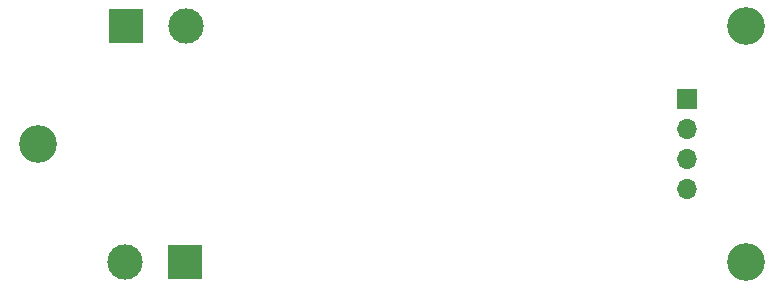
<source format=gbr>
%TF.GenerationSoftware,KiCad,Pcbnew,5.1.10-88a1d61d58~90~ubuntu21.04.1*%
%TF.CreationDate,2021-07-30T13:00:39+02:00*%
%TF.ProjectId,Detector_SMD_AD,44657465-6374-46f7-925f-534d445f4144,rev?*%
%TF.SameCoordinates,Original*%
%TF.FileFunction,Soldermask,Bot*%
%TF.FilePolarity,Negative*%
%FSLAX46Y46*%
G04 Gerber Fmt 4.6, Leading zero omitted, Abs format (unit mm)*
G04 Created by KiCad (PCBNEW 5.1.10-88a1d61d58~90~ubuntu21.04.1) date 2021-07-30 13:00:39*
%MOMM*%
%LPD*%
G01*
G04 APERTURE LIST*
%ADD10C,3.200000*%
%ADD11O,1.700000X1.700000*%
%ADD12R,1.700000X1.700000*%
%ADD13C,3.000000*%
%ADD14R,3.000000X3.000000*%
G04 APERTURE END LIST*
D10*
%TO.C,H3*%
X105000000Y-60000000D03*
%TD*%
%TO.C,H2*%
X105000000Y-40000000D03*
%TD*%
%TO.C,H1*%
X45000000Y-50000000D03*
%TD*%
D11*
%TO.C,J3*%
X100000000Y-53830000D03*
X100000000Y-51290000D03*
X100000000Y-48750000D03*
D12*
X100000000Y-46210000D03*
%TD*%
D13*
%TO.C,J2*%
X57580000Y-40000000D03*
D14*
X52500000Y-40000000D03*
%TD*%
D13*
%TO.C,J1*%
X52420000Y-60000000D03*
D14*
X57500000Y-60000000D03*
%TD*%
M02*

</source>
